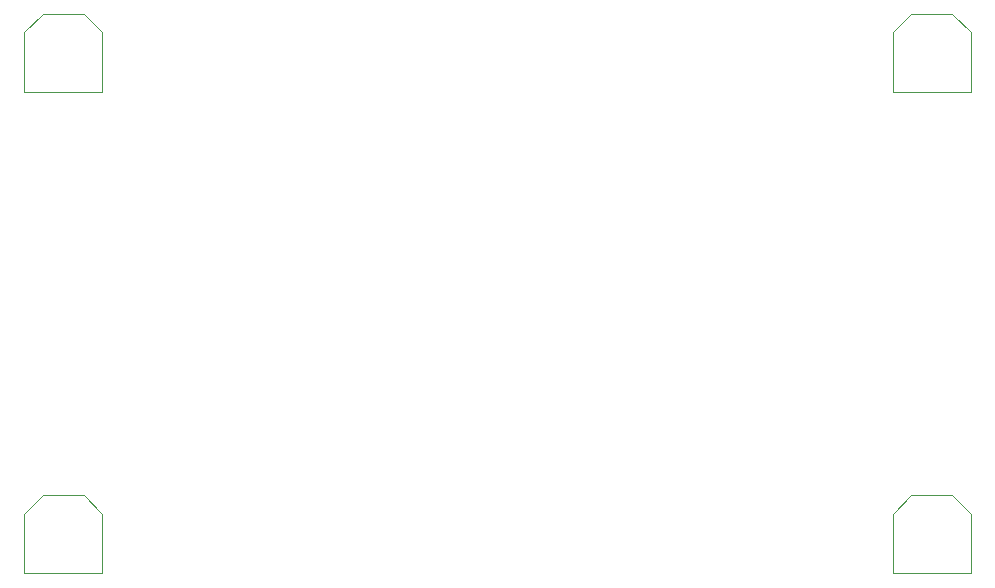
<source format=gbr>
%TF.GenerationSoftware,Altium Limited,Altium Designer,23.1.1 (15)*%
G04 Layer_Color=32768*
%FSLAX45Y45*%
%MOMM*%
%TF.SameCoordinates,4CCFFED5-D059-4900-A68D-9618ACEA1AB5*%
%TF.FilePolarity,Positive*%
%TF.FileFunction,Other,Mechanical_11*%
%TF.Part,CustomerPanel*%
G01*
G75*
%TA.AperFunction,NonConductor*%
%ADD65C,0.10000*%
D65*
X8635800Y4394400D02*
Y4899400D01*
X8480800Y5054400D02*
X8635800Y4899400D01*
X7975800D02*
X8130800Y5054400D01*
X8480800D01*
X7975800Y4394400D02*
Y4899400D01*
Y4394400D02*
X8635800D01*
X15989101D02*
Y4899400D01*
X15834100Y5054400D02*
X15989101Y4899400D01*
X15329100D02*
X15484100Y5054400D01*
X15834100D01*
X15329100Y4394400D02*
Y4899400D01*
Y4394400D02*
X15989101D01*
X8635800Y8471100D02*
Y8976100D01*
X8480800Y9131100D02*
X8635800Y8976100D01*
X7975800D02*
X8130800Y9131100D01*
X8480800D01*
X7975800Y8471100D02*
Y8976100D01*
Y8471100D02*
X8635800D01*
X15989101D02*
Y8976100D01*
X15834100Y9131100D02*
X15989101Y8976100D01*
X15329100D02*
X15484100Y9131100D01*
X15834100D01*
X15329100Y8471100D02*
Y8976100D01*
Y8471100D02*
X15989101D01*
%TF.MD5,5166bb8216c9958d3f79e55752c3d67b*%
M02*

</source>
